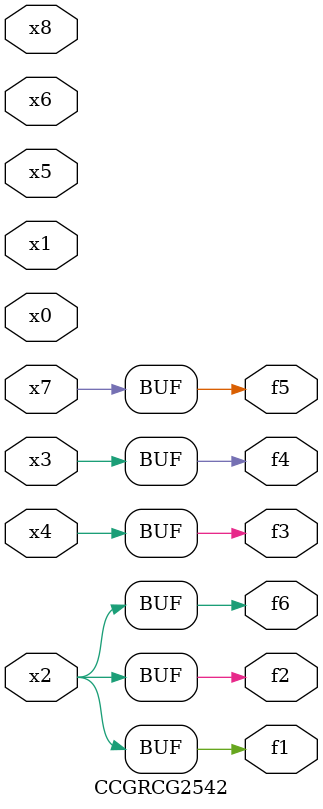
<source format=v>
module CCGRCG2542(
	input x0, x1, x2, x3, x4, x5, x6, x7, x8,
	output f1, f2, f3, f4, f5, f6
);
	assign f1 = x2;
	assign f2 = x2;
	assign f3 = x4;
	assign f4 = x3;
	assign f5 = x7;
	assign f6 = x2;
endmodule

</source>
